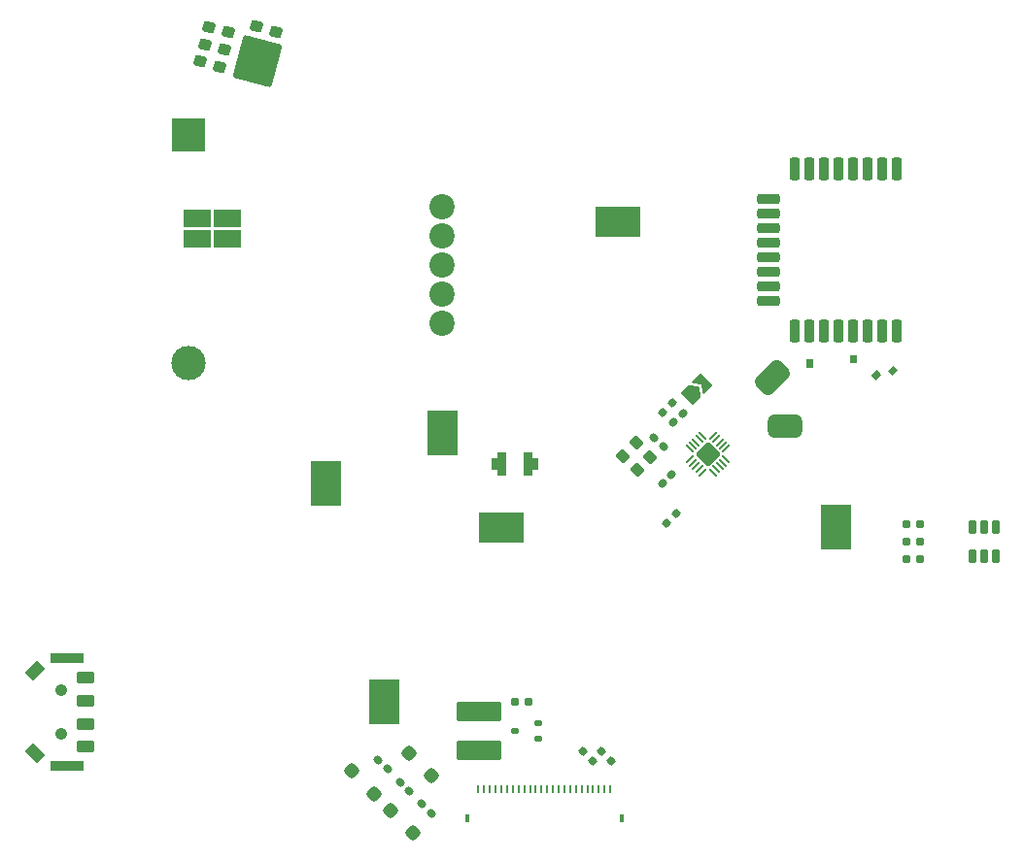
<source format=gbr>
%TF.GenerationSoftware,KiCad,Pcbnew,8.0.6-hq-2-g3d73d9976a*%
%TF.CreationDate,2024-12-23T23:06:42+08:00*%
%TF.ProjectId,DemoBoard_SensorForTemp&Rh_IntegratedWithMCU,44656d6f-426f-4617-9264-5f53656e736f,rev?*%
%TF.SameCoordinates,Original*%
%TF.FileFunction,Soldermask,Top*%
%TF.FilePolarity,Negative*%
%FSLAX46Y46*%
G04 Gerber Fmt 4.6, Leading zero omitted, Abs format (unit mm)*
G04 Created by KiCad (PCBNEW 8.0.6-hq-2-g3d73d9976a) date 2024-12-23 23:06:42*
%MOMM*%
%LPD*%
G01*
G04 APERTURE LIST*
G04 Aperture macros list*
%AMRoundRect*
0 Rectangle with rounded corners*
0 $1 Rounding radius*
0 $2 $3 $4 $5 $6 $7 $8 $9 X,Y pos of 4 corners*
0 Add a 4 corners polygon primitive as box body*
4,1,4,$2,$3,$4,$5,$6,$7,$8,$9,$2,$3,0*
0 Add four circle primitives for the rounded corners*
1,1,$1+$1,$2,$3*
1,1,$1+$1,$4,$5*
1,1,$1+$1,$6,$7*
1,1,$1+$1,$8,$9*
0 Add four rect primitives between the rounded corners*
20,1,$1+$1,$2,$3,$4,$5,0*
20,1,$1+$1,$4,$5,$6,$7,0*
20,1,$1+$1,$6,$7,$8,$9,0*
20,1,$1+$1,$8,$9,$2,$3,0*%
%AMRotRect*
0 Rectangle, with rotation*
0 The origin of the aperture is its center*
0 $1 length*
0 $2 width*
0 $3 Rotation angle, in degrees counterclockwise*
0 Add horizontal line*
21,1,$1,$2,0,0,$3*%
%AMFreePoly0*
4,1,6,1.000000,0.000000,0.499999,-0.750000,-0.499999,-0.750000,-0.499999,0.750000,0.499999,0.750000,1.000000,0.000000,1.000000,0.000000,$1*%
%AMFreePoly1*
4,1,6,0.499999,-0.750000,-0.649999,-0.750000,-0.150000,0.000000,-0.649999,0.750000,0.499999,0.750000,0.499999,-0.750000,0.499999,-0.750000,$1*%
%AMFreePoly2*
4,1,21,0.335355,1.035355,0.350000,1.000000,0.350000,-1.000000,0.335355,-1.035355,0.300000,-1.050000,-0.400000,-1.050000,-0.435355,-1.035355,-0.450000,-1.000000,-0.450000,-0.550000,-0.900000,-0.550000,-0.935355,-0.535355,-0.950000,-0.500000,-0.950000,0.500000,-0.935355,0.535355,-0.900000,0.550000,-0.450000,0.550000,-0.450000,1.000000,-0.435355,1.035355,-0.400000,1.050000,0.300000,1.050000,
0.335355,1.035355,0.335355,1.035355,$1*%
G04 Aperture macros list end*
%ADD10C,0.100000*%
%ADD11RoundRect,0.155000X0.212500X0.155000X-0.212500X0.155000X-0.212500X-0.155000X0.212500X-0.155000X0*%
%ADD12RoundRect,0.155000X0.040659X0.259862X-0.259862X-0.040659X-0.040659X-0.259862X0.259862X0.040659X0*%
%ADD13C,2.200000*%
%ADD14RoundRect,0.237500X0.371231X-0.035355X-0.035355X0.371231X-0.371231X0.035355X0.035355X-0.371231X0*%
%ADD15RoundRect,0.155000X0.259862X-0.040659X-0.040659X0.259862X-0.259862X0.040659X0.040659X-0.259862X0*%
%ADD16RoundRect,0.108108X-1.116892X0.691892X-1.116892X-0.691892X1.116892X-0.691892X1.116892X0.691892X0*%
%ADD17RoundRect,0.155000X-0.259862X0.040659X0.040659X-0.259862X0.259862X-0.040659X-0.040659X0.259862X0*%
%ADD18RoundRect,0.112500X0.237500X-0.112500X0.237500X0.112500X-0.237500X0.112500X-0.237500X-0.112500X0*%
%ADD19RoundRect,0.250000X-0.424264X0.000000X0.000000X-0.424264X0.424264X0.000000X0.000000X0.424264X0*%
%ADD20RoundRect,0.160000X-0.197500X-0.160000X0.197500X-0.160000X0.197500X0.160000X-0.197500X0.160000X0*%
%ADD21RoundRect,0.160000X-0.026517X-0.252791X0.252791X0.026517X0.026517X0.252791X-0.252791X-0.026517X0*%
%ADD22RoundRect,0.236486X-1.024923X2.022706X-1.898962X-1.239253X1.024923X-2.022706X1.898962X1.239253X0*%
%ADD23RoundRect,0.197727X-1.752273X0.672273X-1.752273X-0.672273X1.752273X-0.672273X1.752273X0.672273X0*%
%ADD24FreePoly0,45.000000*%
%ADD25FreePoly1,45.000000*%
%ADD26RoundRect,0.500000X-0.353553X-1.060660X1.060660X0.353553X0.353553X1.060660X-1.060660X-0.353553X0*%
%ADD27RoundRect,0.237500X0.339173X0.154997X-0.216234X0.303818X-0.339173X-0.154997X0.216234X-0.303818X0*%
%ADD28RoundRect,0.160000X-0.252791X0.026517X0.026517X-0.252791X0.252791X-0.026517X-0.026517X0.252791X0*%
%ADD29RoundRect,0.500000X-1.000000X-0.500000X1.000000X-0.500000X1.000000X0.500000X-1.000000X0.500000X0*%
%ADD30RoundRect,0.050000X-0.300520X0.229810X0.229810X-0.300520X0.300520X-0.229810X-0.229810X0.300520X0*%
%ADD31RoundRect,0.050000X-0.300520X-0.229810X-0.229810X-0.300520X0.300520X0.229810X0.229810X0.300520X0*%
%ADD32RoundRect,0.250000X-0.813173X0.000000X0.000000X-0.813173X0.813173X0.000000X0.000000X0.813173X0*%
%ADD33R,3.000000X3.000000*%
%ADD34C,3.000000*%
%ADD35RoundRect,0.062500X0.062500X0.287500X-0.062500X0.287500X-0.062500X-0.287500X0.062500X-0.287500X0*%
%ADD36R,0.400000X0.800000*%
%ADD37R,3.000000X0.850000*%
%ADD38RotRect,1.500000X1.000000X135.000000*%
%ADD39C,1.050000*%
%ADD40RotRect,1.500000X1.000000X45.000000*%
%ADD41RoundRect,0.250000X0.550000X-0.250000X0.550000X0.250000X-0.550000X0.250000X-0.550000X-0.250000X0*%
%ADD42RoundRect,0.050000X0.250000X-0.550000X0.250000X0.550000X-0.250000X0.550000X-0.250000X-0.550000X0*%
%ADD43RoundRect,0.212500X0.212500X-0.787500X0.212500X0.787500X-0.212500X0.787500X-0.212500X-0.787500X0*%
%ADD44RoundRect,0.212500X0.787500X0.212500X-0.787500X0.212500X-0.787500X-0.212500X0.787500X-0.212500X0*%
%ADD45RoundRect,0.212500X-0.212500X0.787500X-0.212500X-0.787500X0.212500X-0.787500X0.212500X0.787500X0*%
%ADD46FreePoly2,0.000000*%
%ADD47FreePoly2,180.000000*%
G04 APERTURE END LIST*
D10*
X147320000Y-104775000D02*
X149860000Y-104775000D01*
X149860000Y-108585000D01*
X147320000Y-108585000D01*
X147320000Y-104775000D01*
G36*
X147320000Y-104775000D02*
G01*
X149860000Y-104775000D01*
X149860000Y-108585000D01*
X147320000Y-108585000D01*
X147320000Y-104775000D01*
G37*
X102870000Y-100965000D02*
X105410000Y-100965000D01*
X105410000Y-104775000D01*
X102870000Y-104775000D01*
X102870000Y-100965000D01*
G36*
X102870000Y-100965000D02*
G01*
X105410000Y-100965000D01*
X105410000Y-104775000D01*
X102870000Y-104775000D01*
X102870000Y-100965000D01*
G37*
X146050000Y-92075000D02*
X146558000Y-92075000D01*
X146558000Y-92710000D01*
X146050000Y-92710000D01*
X146050000Y-92075000D01*
G36*
X146050000Y-92075000D02*
G01*
X146558000Y-92075000D01*
X146558000Y-92710000D01*
X146050000Y-92710000D01*
X146050000Y-92075000D01*
G37*
X117475000Y-105410000D02*
X121285000Y-105410000D01*
X121285000Y-107950000D01*
X117475000Y-107950000D01*
X117475000Y-105410000D01*
G36*
X117475000Y-105410000D02*
G01*
X121285000Y-105410000D01*
X121285000Y-107950000D01*
X117475000Y-107950000D01*
X117475000Y-105410000D01*
G37*
X152499763Y-93372237D02*
X152050750Y-93821250D01*
X151691540Y-93462040D01*
X152140553Y-93013027D01*
X152499763Y-93372237D01*
G36*
X152499763Y-93372237D02*
G01*
X152050750Y-93821250D01*
X151691540Y-93462040D01*
X152140553Y-93013027D01*
X152499763Y-93372237D01*
G37*
X113030000Y-96520000D02*
X115570000Y-96520000D01*
X115570000Y-100330000D01*
X113030000Y-100330000D01*
X113030000Y-96520000D01*
G36*
X113030000Y-96520000D02*
G01*
X115570000Y-96520000D01*
X115570000Y-100330000D01*
X113030000Y-100330000D01*
X113030000Y-96520000D01*
G37*
X153928513Y-92959487D02*
X153479500Y-93408500D01*
X153120290Y-93049290D01*
X153569303Y-92600277D01*
X153928513Y-92959487D01*
G36*
X153928513Y-92959487D02*
G01*
X153479500Y-93408500D01*
X153120290Y-93049290D01*
X153569303Y-92600277D01*
X153928513Y-92959487D01*
G37*
X127635000Y-78740000D02*
X131445000Y-78740000D01*
X131445000Y-81280000D01*
X127635000Y-81280000D01*
X127635000Y-78740000D01*
G36*
X127635000Y-78740000D02*
G01*
X131445000Y-78740000D01*
X131445000Y-81280000D01*
X127635000Y-81280000D01*
X127635000Y-78740000D01*
G37*
X107950000Y-120015000D02*
X110490000Y-120015000D01*
X110490000Y-123825000D01*
X107950000Y-123825000D01*
X107950000Y-120015000D01*
G36*
X107950000Y-120015000D02*
G01*
X110490000Y-120015000D01*
X110490000Y-123825000D01*
X107950000Y-123825000D01*
X107950000Y-120015000D01*
G37*
X149860000Y-91694000D02*
X150368000Y-91694000D01*
X150368000Y-92329000D01*
X149860000Y-92329000D01*
X149860000Y-91694000D01*
G36*
X149860000Y-91694000D02*
G01*
X150368000Y-91694000D01*
X150368000Y-92329000D01*
X149860000Y-92329000D01*
X149860000Y-91694000D01*
G37*
D11*
%TO.C,C21*%
X121785000Y-121920000D03*
X120650000Y-121920000D03*
%TD*%
D12*
%TO.C,C11*%
X135255000Y-96774000D03*
X134452434Y-97576566D03*
%TD*%
D13*
%TO.C,TP7*%
X114300000Y-81280000D03*
%TD*%
D14*
%TO.C,C12*%
X132419318Y-100567718D03*
X131181882Y-99330282D03*
%TD*%
D15*
%TO.C,C13*%
X133548083Y-99689883D03*
X132745517Y-98887317D03*
%TD*%
D16*
%TO.C,J2*%
X95588600Y-79759400D03*
X92938600Y-79759400D03*
X95588600Y-81559400D03*
X92938600Y-81559400D03*
%TD*%
D13*
%TO.C,TP10*%
X114300000Y-86360000D03*
%TD*%
D17*
%TO.C,C19*%
X110629902Y-128915168D03*
X111432468Y-129717734D03*
%TD*%
D18*
%TO.C,Q1*%
X122666000Y-125110000D03*
X122666000Y-123810000D03*
X120666000Y-124460000D03*
%TD*%
D19*
%TO.C,D1*%
X109780101Y-131370102D03*
X111759999Y-133350000D03*
%TD*%
D17*
%TO.C,C18*%
X112528059Y-130849246D03*
X113330625Y-131651812D03*
%TD*%
D20*
%TO.C,R2*%
X154723500Y-106436000D03*
X155918500Y-106436000D03*
%TD*%
D21*
%TO.C,R4*%
X133533195Y-96699753D03*
X134378187Y-95854761D03*
%TD*%
D22*
%TO.C,J1*%
X98209479Y-66016234D03*
%TD*%
D23*
%TO.C,L1*%
X117475000Y-122795000D03*
X117475000Y-126135000D03*
%TD*%
D20*
%TO.C,R1*%
X154723500Y-109484000D03*
X155918500Y-109484000D03*
%TD*%
D24*
%TO.C,JP2*%
X135957511Y-95173463D03*
D25*
X136982815Y-94148159D03*
%TD*%
D13*
%TO.C,TP9*%
X114300000Y-88900000D03*
%TD*%
D26*
%TO.C,URT*%
X143065500Y-93662500D03*
%TD*%
D27*
%TO.C,C5*%
X99807785Y-63486867D03*
X98117415Y-63033933D03*
%TD*%
D15*
%TO.C,C20*%
X109510693Y-127795959D03*
X108708127Y-126993393D03*
%TD*%
D19*
%TO.C,D2*%
X106363361Y-127953362D03*
X108343259Y-129933260D03*
%TD*%
D28*
%TO.C,R6*%
X128187008Y-126282008D03*
X129032000Y-127127000D03*
%TD*%
D12*
%TO.C,C15*%
X134264400Y-102082600D03*
X133461834Y-102885166D03*
%TD*%
D27*
%TO.C,C1*%
X95686000Y-63539800D03*
X93995630Y-63086866D03*
%TD*%
D19*
%TO.C,D3*%
X111358505Y-126374958D03*
X113338403Y-128354856D03*
%TD*%
D13*
%TO.C,TP8*%
X114300000Y-83820000D03*
%TD*%
D28*
%TO.C,R3*%
X126536008Y-126282008D03*
X127381000Y-127127000D03*
%TD*%
D27*
%TO.C,C4*%
X94873200Y-66537000D03*
X93182830Y-66084066D03*
%TD*%
D29*
%TO.C,URT*%
X144145000Y-97917000D03*
%TD*%
D27*
%TO.C,C2*%
X95279600Y-65038400D03*
X93589230Y-64585466D03*
%TD*%
D30*
%TO.C,U4*%
X136980432Y-98739010D03*
X136697589Y-99021852D03*
X136414746Y-99304695D03*
X136131903Y-99587538D03*
X135849061Y-99870381D03*
D31*
X135849061Y-100789619D03*
X136131903Y-101072462D03*
X136414746Y-101355305D03*
X136697589Y-101638148D03*
X136980432Y-101920990D03*
D30*
X137899670Y-101920990D03*
X138182513Y-101638148D03*
X138465356Y-101355305D03*
X138748199Y-101072462D03*
X139031041Y-100789619D03*
D31*
X139031041Y-99870381D03*
X138748199Y-99587538D03*
X138465356Y-99304695D03*
X138182513Y-99021852D03*
X137899670Y-98739010D03*
D32*
X137440051Y-100330000D03*
%TD*%
D33*
%TO.C,REF\u002A\u002A*%
X92138500Y-72504300D03*
D34*
X92138500Y-92384300D03*
%TD*%
D35*
%TO.C,J3*%
X128940000Y-129526000D03*
X128440000Y-129526000D03*
X127940000Y-129526000D03*
X127440000Y-129526000D03*
X126940000Y-129526000D03*
X126440000Y-129526000D03*
X125940000Y-129526000D03*
X125440000Y-129526000D03*
X124940000Y-129526000D03*
X124440000Y-129526000D03*
X123940000Y-129526000D03*
X123440000Y-129526000D03*
X122940000Y-129526000D03*
X122440000Y-129526000D03*
X121940000Y-129526000D03*
X121440000Y-129526000D03*
X120940000Y-129526000D03*
X120440000Y-129526000D03*
X119940000Y-129526000D03*
X119440000Y-129526000D03*
X118940000Y-129526000D03*
X118440000Y-129526000D03*
X117940000Y-129526000D03*
X117440000Y-129526000D03*
D36*
X129940000Y-132126000D03*
X116440000Y-132126000D03*
%TD*%
D21*
%TO.C,R5*%
X133838508Y-106318492D03*
X134683500Y-105473500D03*
%TD*%
D37*
%TO.C,REF\u002A\u002A*%
X81580100Y-127509400D03*
D38*
X78780100Y-126434400D03*
D39*
X81080100Y-124734400D03*
X81080100Y-120934400D03*
D40*
X78780100Y-119234400D03*
D37*
X81580100Y-118159400D03*
D41*
X83180100Y-125834400D03*
X83180100Y-123834400D03*
X83180100Y-121834400D03*
X83180100Y-119834400D03*
%TD*%
D14*
%TO.C,C14*%
X131301718Y-101710718D03*
X130064282Y-100473282D03*
%TD*%
D42*
%TO.C,U3*%
X162544000Y-106710000D03*
X161544000Y-106710000D03*
X160544000Y-106710000D03*
X160544000Y-109210000D03*
X161544000Y-109210000D03*
X162544000Y-109210000D03*
%TD*%
D43*
%TO.C,U2*%
X153915190Y-75480200D03*
X152645190Y-75480200D03*
X151375190Y-75480200D03*
X150105190Y-75480200D03*
X148835190Y-75480200D03*
X147565190Y-75480200D03*
X146295190Y-75480200D03*
X145025190Y-75480200D03*
D44*
X142756810Y-78105000D03*
X142756810Y-79375000D03*
X142756810Y-80645000D03*
X142756810Y-81915000D03*
X142756810Y-83185000D03*
X142756810Y-84455000D03*
X142756810Y-85725000D03*
X142756810Y-86995000D03*
D45*
X145025190Y-89619800D03*
X146295190Y-89619800D03*
X147565190Y-89619800D03*
X148835190Y-89619800D03*
X150105190Y-89619800D03*
X151375190Y-89619800D03*
X152645190Y-89619800D03*
X153915190Y-89619800D03*
%TD*%
D20*
%TO.C,R7*%
X154723500Y-107960000D03*
X155918500Y-107960000D03*
%TD*%
D46*
%TO.C,VCC*%
X119550000Y-101219000D03*
D47*
X121750000Y-101219000D03*
%TD*%
D13*
%TO.C,TP6*%
X114300000Y-78740000D03*
%TD*%
M02*

</source>
